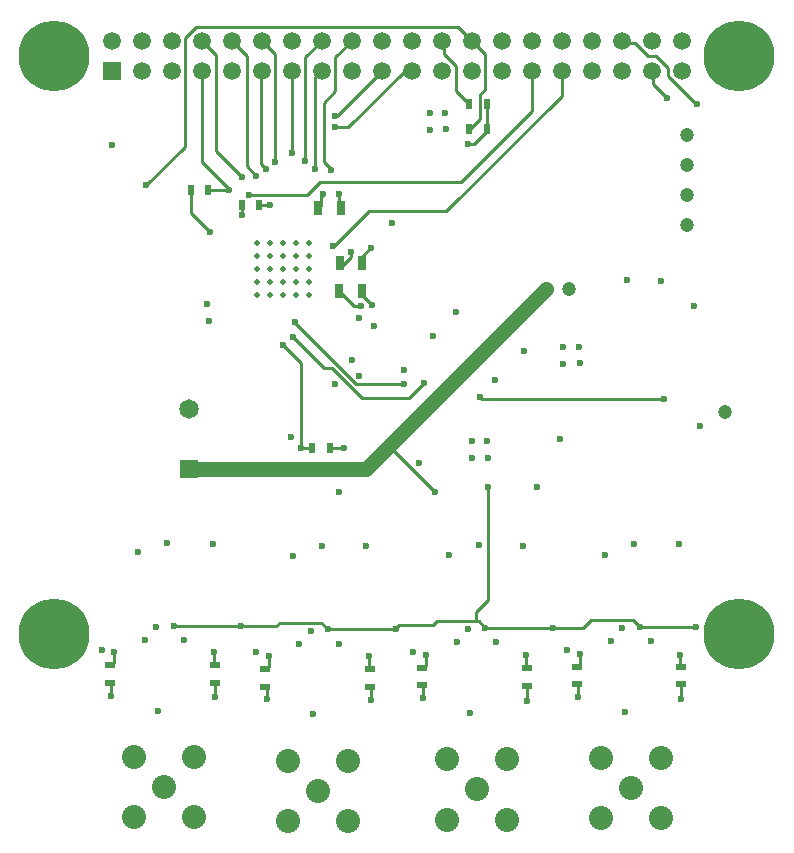
<source format=gbl>
G04*
G04 #@! TF.GenerationSoftware,Altium Limited,Altium Designer,19.1.7 (138)*
G04*
G04 Layer_Physical_Order=4*
G04 Layer_Color=16711680*
%FSLAX25Y25*%
%MOIN*%
G70*
G01*
G75*
%ADD14C,0.01000*%
%ADD21R,0.01968X0.03543*%
%ADD22R,0.03543X0.01968*%
%ADD30R,0.02756X0.05118*%
%ADD74C,0.04724*%
%ADD75C,0.08000*%
%ADD76R,0.05906X0.05906*%
%ADD77C,0.05906*%
%ADD78C,0.06496*%
%ADD79R,0.06496X0.06496*%
%ADD80C,0.23622*%
%ADD81C,0.02362*%
%ADD82C,0.01968*%
%ADD83C,0.05000*%
D14*
X155575Y271071D02*
X159055Y267590D01*
Y267323D02*
Y267590D01*
X155575Y271071D02*
Y272252D01*
X153024Y267322D02*
X154724D01*
X148094Y272252D02*
X153024Y267322D01*
X148094Y281586D02*
Y282488D01*
Y281586D02*
X148972Y280708D01*
X158519Y286614D02*
X158661D01*
X155575Y283669D02*
X158519Y286614D01*
X155575Y282488D02*
Y283669D01*
X98819Y298209D02*
Y305906D01*
X148972Y280708D02*
X151968Y283704D01*
X133465Y261520D02*
X153646Y241339D01*
X145654Y246720D02*
X155760Y236614D01*
X133465Y261520D02*
Y261811D01*
X153646Y241339D02*
X169685D01*
X143044Y246720D02*
X145654D01*
X132677Y257087D02*
X143044Y246720D01*
X146175Y287228D02*
X146338D01*
X157929Y298819D01*
X183858D01*
X155760Y236614D02*
X171260D01*
X197441Y326378D02*
Y334646D01*
Y325590D02*
Y326378D01*
Y325197D02*
Y325590D01*
X98819Y298209D02*
X105091Y291937D01*
X104527Y305906D02*
X111417D01*
X102543Y315173D02*
X111417Y306299D01*
X195669Y236221D02*
X256299D01*
X194882Y237008D02*
X195669Y236221D01*
X171260Y236614D02*
X176378Y241732D01*
X146850Y330709D02*
X147331D01*
X162331Y345709D01*
X193110Y321260D02*
X197441Y325590D01*
X190945Y321260D02*
X193110D01*
X187160Y339021D02*
X191535Y334646D01*
X187160Y339021D02*
Y347176D01*
X192331Y355709D02*
X196783Y351256D01*
Y339393D02*
Y351256D01*
X195169Y337778D02*
X196783Y339393D01*
X195169Y329618D02*
Y337778D01*
X191535Y325984D02*
X195169Y329618D01*
X191535Y325197D02*
Y325984D01*
X183081Y351256D02*
X187160Y347176D01*
X183081Y351256D02*
Y354959D01*
X182331Y355709D02*
X183081Y354959D01*
X187878Y360161D02*
X192331Y355709D01*
X100486Y360161D02*
X187878D01*
X83858Y307480D02*
X96784Y320406D01*
Y356459D01*
X100486Y360161D01*
X129393Y254142D02*
X135433Y248102D01*
Y220079D02*
Y248102D01*
X151968Y283704D02*
Y285039D01*
X262205Y136417D02*
Y141142D01*
X262205Y141142D01*
X261614Y147638D02*
Y150984D01*
Y147638D02*
X262205Y147047D01*
X228346Y147548D02*
Y151181D01*
X210827Y135728D02*
Y140551D01*
X210630Y140748D02*
X210827Y140551D01*
Y135728D02*
Y136811D01*
X210630Y137008D02*
X210827Y136811D01*
X210335Y146949D02*
X210630Y146653D01*
X210335Y146949D02*
Y150787D01*
X177076Y147459D02*
Y151090D01*
X176287Y146670D02*
X177076Y147459D01*
X158563Y135827D02*
Y140256D01*
X158661Y140354D01*
X158079Y146843D02*
X158661Y146260D01*
X158079Y146843D02*
Y150696D01*
X124612Y146952D02*
Y150696D01*
Y146952D02*
X124803Y146761D01*
X73032Y148139D02*
Y151772D01*
X72835Y147942D02*
X73032Y148139D01*
X106398Y147736D02*
Y151772D01*
Y147736D02*
X106693Y147441D01*
X106693Y137008D02*
Y141535D01*
X106693Y141535D01*
X193701Y162130D02*
X194563D01*
X180623D02*
X193701D01*
Y165354D01*
X197638Y169291D01*
Y206850D01*
X166929Y159817D02*
X168135Y161024D01*
X179517D01*
X166929Y159449D02*
Y159817D01*
X219291Y159843D02*
X229517D01*
X248425Y160236D02*
X266929D01*
X229517Y159843D02*
X232198Y162524D01*
X246138D01*
X248425Y160236D01*
X196850Y159843D02*
X219291D01*
X179517Y161024D02*
X180623Y162130D01*
X194563D02*
X196850Y159843D01*
X142201Y161736D02*
X144488Y159449D01*
X128261Y161736D02*
X142201D01*
X127155Y160630D02*
X128261Y161736D01*
X115354Y160630D02*
X127155D01*
X144488Y159449D02*
X166929D01*
X92913Y160630D02*
X115354D01*
X72047Y137402D02*
Y141376D01*
X124016Y136221D02*
Y140195D01*
X227559Y137008D02*
Y140982D01*
X175984Y136614D02*
Y140589D01*
X175808Y140765D02*
X175984Y140589D01*
X175808Y146670D02*
X176287D01*
X117323Y313779D02*
Y350716D01*
X102543Y315173D02*
Y345496D01*
X107087Y318898D02*
Y350953D01*
X122047Y314567D02*
Y345425D01*
X111417Y305906D02*
Y306299D01*
X102331Y345709D02*
X102543Y345496D01*
X146850Y326772D02*
X151181D01*
X170118Y345709D01*
X164567Y220472D02*
Y220472D01*
Y220472D02*
X179921Y205118D01*
X135433Y220079D02*
X139173D01*
X145079D02*
X149606D01*
X183858Y298819D02*
X222331Y337291D01*
X212331Y332410D02*
Y345709D01*
X188583Y308661D02*
X212331Y332410D01*
X222331Y337291D02*
Y345709D01*
X132331Y318457D02*
X132423Y318364D01*
X132331Y318457D02*
Y345709D01*
X126772Y315354D02*
X126784Y315366D01*
X121653Y300984D02*
X125197D01*
X115650Y297539D02*
X115748Y297441D01*
X126784Y315366D02*
Y351256D01*
X146783Y338910D02*
Y350161D01*
X142913Y335039D02*
X146783Y338910D01*
X142913Y315329D02*
Y335039D01*
Y315329D02*
X145276Y312967D01*
Y312598D02*
Y312967D01*
X146783Y350161D02*
X152331Y355709D01*
X141732Y308661D02*
X188583D01*
X137402Y304331D02*
X141732Y308661D01*
X140157Y343535D02*
X142331Y345709D01*
X140157Y312992D02*
Y343535D01*
X136614Y315748D02*
X136784Y315917D01*
Y350161D01*
X142331Y355709D01*
X107087Y318898D02*
X115748Y310236D01*
X122047Y314567D02*
X123622Y312992D01*
X122331Y355709D02*
X126784Y351256D01*
X122047Y345425D02*
X122331Y345709D01*
X112331Y355709D02*
X117323Y350716D01*
Y313779D02*
X120472Y310630D01*
X102331Y355709D02*
X107087Y350953D01*
X118110Y304331D02*
X137402D01*
X121457Y300787D02*
X121653Y300984D01*
X115551Y300787D02*
X115650Y300689D01*
Y297539D02*
Y300689D01*
X170118Y345709D02*
X172331D01*
X147897Y304535D02*
X148158Y304275D01*
X142582Y304167D02*
Y304535D01*
X267096Y334646D02*
X267323D01*
X257878Y343864D02*
X267096Y334646D01*
X257878Y343864D02*
Y346459D01*
X253722Y350614D02*
X257878Y346459D01*
X251128Y350614D02*
X253722D01*
X246783Y354959D02*
X251128Y350614D01*
X243081Y354959D02*
X246783D01*
X242331Y355709D02*
X243081Y354959D01*
X252839Y341256D02*
Y345201D01*
X252331Y345709D02*
X252839Y345201D01*
Y341256D02*
X257480Y336614D01*
X148158Y300338D02*
Y304275D01*
Y300338D02*
X148685Y299811D01*
X142082Y303667D02*
X142582Y304167D01*
X142082Y300689D02*
Y303667D01*
X141204Y299811D02*
X142082Y300689D01*
D21*
X104527Y305906D02*
D03*
X98622D02*
D03*
X191535Y334646D02*
D03*
X197441D02*
D03*
X191535Y326378D02*
D03*
X197441D02*
D03*
X145079Y220079D02*
D03*
X139173D02*
D03*
X121457Y300787D02*
D03*
X115551D02*
D03*
D22*
X123446Y146277D02*
D03*
Y140371D02*
D03*
X262205Y147047D02*
D03*
Y141142D02*
D03*
X227383Y147064D02*
D03*
Y141158D02*
D03*
X210630Y146653D02*
D03*
Y140748D02*
D03*
X175808Y146670D02*
D03*
Y140765D02*
D03*
X158268Y146260D02*
D03*
Y140354D02*
D03*
X71871Y147458D02*
D03*
Y141552D02*
D03*
X106693Y147441D02*
D03*
Y141535D02*
D03*
D30*
X155575Y272252D02*
D03*
X148094D02*
D03*
X155709Y281496D02*
D03*
X148228D02*
D03*
X141204Y299811D02*
D03*
X148685D02*
D03*
D74*
X276772Y231890D02*
D03*
X224803Y272835D02*
D03*
X216929D02*
D03*
X264173Y294173D02*
D03*
Y304173D02*
D03*
Y324173D02*
D03*
Y314173D02*
D03*
D75*
X245276Y106486D02*
D03*
X255276Y116486D02*
D03*
Y96486D02*
D03*
X235276Y116486D02*
D03*
Y96486D02*
D03*
X194095Y106093D02*
D03*
X204095Y116093D02*
D03*
Y96092D02*
D03*
X184095Y116093D02*
D03*
Y96092D02*
D03*
X140945Y105699D02*
D03*
X150945Y115699D02*
D03*
Y95699D02*
D03*
X130945Y115699D02*
D03*
Y95699D02*
D03*
X89764Y106880D02*
D03*
X99764Y116880D02*
D03*
Y96880D02*
D03*
X79764Y116880D02*
D03*
Y96880D02*
D03*
D76*
X72331Y345709D02*
D03*
D77*
Y355709D02*
D03*
X82331Y345709D02*
D03*
Y355709D02*
D03*
X92331Y345709D02*
D03*
Y355709D02*
D03*
X102331Y345709D02*
D03*
Y355709D02*
D03*
X112331Y345709D02*
D03*
Y355709D02*
D03*
X122331Y345709D02*
D03*
Y355709D02*
D03*
X132331Y345709D02*
D03*
Y355709D02*
D03*
X142331Y345709D02*
D03*
Y355709D02*
D03*
X152331Y345709D02*
D03*
Y355709D02*
D03*
X162331Y345709D02*
D03*
Y355709D02*
D03*
X172331Y345709D02*
D03*
Y355709D02*
D03*
X182331Y345709D02*
D03*
Y355709D02*
D03*
X192331Y345709D02*
D03*
Y355709D02*
D03*
X202331Y345709D02*
D03*
Y355709D02*
D03*
X212331Y345709D02*
D03*
Y355709D02*
D03*
X222331Y345709D02*
D03*
Y355709D02*
D03*
X262331D02*
D03*
Y345709D02*
D03*
X252331Y355709D02*
D03*
Y345709D02*
D03*
X242331Y355709D02*
D03*
Y345709D02*
D03*
X232331Y355709D02*
D03*
Y345709D02*
D03*
D78*
X98032Y232992D02*
D03*
D79*
Y212992D02*
D03*
D80*
X53158Y350709D02*
D03*
Y157795D02*
D03*
X281504Y350709D02*
D03*
Y157795D02*
D03*
D81*
X236614Y184252D02*
D03*
X184646D02*
D03*
X132548Y183963D02*
D03*
X80973Y185144D02*
D03*
X83278Y155918D02*
D03*
X134853Y154737D02*
D03*
X187215Y155131D02*
D03*
X238790Y155525D02*
D03*
X155512Y267323D02*
D03*
X159843Y260630D02*
D03*
X159055Y267717D02*
D03*
X158661Y286614D02*
D03*
X154724Y263386D02*
D03*
X152362Y249410D02*
D03*
X146175Y287228D02*
D03*
X151906Y285228D02*
D03*
X146850Y241339D02*
D03*
X268504Y227165D02*
D03*
X256299Y236221D02*
D03*
X194882Y237008D02*
D03*
X176378Y241732D02*
D03*
X132677Y257087D02*
D03*
X133465Y261811D02*
D03*
X244000Y276000D02*
D03*
X179421Y257315D02*
D03*
X186921Y265315D02*
D03*
X146850Y330709D02*
D03*
X178347Y325984D02*
D03*
X183731Y326259D02*
D03*
X190945Y321260D02*
D03*
X83858Y307480D02*
D03*
X129393Y254142D02*
D03*
X261417Y187795D02*
D03*
X209449Y187402D02*
D03*
X157087Y187192D02*
D03*
X105905Y188005D02*
D03*
X194702Y187628D02*
D03*
X87795Y132283D02*
D03*
X262205Y136417D02*
D03*
X261614Y150984D02*
D03*
X228346Y151181D02*
D03*
X210827Y135728D02*
D03*
X210335Y150787D02*
D03*
X177076Y151090D02*
D03*
X158563Y135827D02*
D03*
X158079Y150696D02*
D03*
X124612D02*
D03*
X73032Y151772D02*
D03*
X106398D02*
D03*
X106693Y137008D02*
D03*
X165748Y294882D02*
D03*
X169685Y246063D02*
D03*
X266535Y267323D02*
D03*
X197638Y206850D02*
D03*
X266929Y160236D02*
D03*
X248425Y160236D02*
D03*
X219291Y159843D02*
D03*
X196850D02*
D03*
X144488Y159449D02*
D03*
X166929D02*
D03*
X115354Y160630D02*
D03*
X92913D02*
D03*
X68967Y152432D02*
D03*
X72047Y137402D02*
D03*
X120542Y151854D02*
D03*
X124016Y136221D02*
D03*
X224016Y152756D02*
D03*
X227559Y137008D02*
D03*
X175984Y136614D02*
D03*
X172835Y151969D02*
D03*
X72441Y320866D02*
D03*
X111417Y305906D02*
D03*
X146850Y326772D02*
D03*
X178326Y331664D02*
D03*
X183444D02*
D03*
X179921Y205118D02*
D03*
X131890Y223622D02*
D03*
X148031Y205118D02*
D03*
X192434Y216472D02*
D03*
X197531Y222152D02*
D03*
X197819Y216746D02*
D03*
X192413Y222152D02*
D03*
X174803Y214961D02*
D03*
X169685Y241339D02*
D03*
X246277Y188022D02*
D03*
X135433Y220079D02*
D03*
X200394Y155118D02*
D03*
X191732Y131496D02*
D03*
X190945Y159449D02*
D03*
X148031Y154724D02*
D03*
X139370Y131102D02*
D03*
X138583Y159055D02*
D03*
X142340Y187234D02*
D03*
X96457Y155905D02*
D03*
X87008Y160236D02*
D03*
X90765Y188415D02*
D03*
X242520Y159843D02*
D03*
X243307Y131890D02*
D03*
X251969Y155512D02*
D03*
X214173Y207087D02*
D03*
X154724Y244052D02*
D03*
X149606Y220079D02*
D03*
X222835Y253543D02*
D03*
X227953D02*
D03*
X228240Y248138D02*
D03*
X222855Y247863D02*
D03*
X209842Y252362D02*
D03*
X200000Y242520D02*
D03*
X221654Y222835D02*
D03*
X132423Y318364D02*
D03*
X126772Y315354D02*
D03*
X125197Y300984D02*
D03*
X115748Y297441D02*
D03*
X145276Y312598D02*
D03*
X140157Y312992D02*
D03*
X136614Y315748D02*
D03*
X115748Y310236D02*
D03*
X123622Y312992D02*
D03*
X120472Y310630D02*
D03*
X118110Y304331D02*
D03*
X147897Y304535D02*
D03*
X142582D02*
D03*
X255512Y275590D02*
D03*
X267323Y334646D02*
D03*
X257480Y336614D02*
D03*
X105091Y291937D02*
D03*
X104197Y267921D02*
D03*
X104590Y262213D02*
D03*
D82*
X120732Y271071D02*
D03*
Y275402D02*
D03*
Y279732D02*
D03*
Y284063D02*
D03*
Y288394D02*
D03*
X125063Y271071D02*
D03*
Y275402D02*
D03*
Y279732D02*
D03*
Y284063D02*
D03*
Y288394D02*
D03*
X129393Y271071D02*
D03*
Y275402D02*
D03*
Y279732D02*
D03*
Y284063D02*
D03*
Y288394D02*
D03*
X133724Y271071D02*
D03*
Y275402D02*
D03*
Y279732D02*
D03*
Y284063D02*
D03*
Y288394D02*
D03*
X138055Y271071D02*
D03*
Y275402D02*
D03*
Y279732D02*
D03*
Y284063D02*
D03*
Y288394D02*
D03*
D83*
X98032Y212992D02*
X157087Y212992D01*
X164567Y220472D01*
X216929Y272835D01*
M02*

</source>
